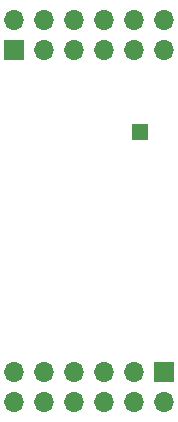
<source format=gbr>
%TF.GenerationSoftware,KiCad,Pcbnew,7.0.5*%
%TF.CreationDate,2024-01-26T22:43:11-05:00*%
%TF.ProjectId,SCD30_ADAPTER,53434433-305f-4414-9441-505445522e6b,rev?*%
%TF.SameCoordinates,Original*%
%TF.FileFunction,Soldermask,Bot*%
%TF.FilePolarity,Negative*%
%FSLAX46Y46*%
G04 Gerber Fmt 4.6, Leading zero omitted, Abs format (unit mm)*
G04 Created by KiCad (PCBNEW 7.0.5) date 2024-01-26 22:43:11*
%MOMM*%
%LPD*%
G01*
G04 APERTURE LIST*
%ADD10R,1.350000X1.350000*%
%ADD11R,1.700000X1.700000*%
%ADD12O,1.700000X1.700000*%
G04 APERTURE END LIST*
D10*
%TO.C,J4*%
X154430000Y-93448621D03*
%TD*%
D11*
%TO.C,J1*%
X143810000Y-86465599D03*
D12*
X143810000Y-83925599D03*
X146350000Y-86465599D03*
X146350000Y-83925599D03*
X148890000Y-86465599D03*
X148890000Y-83925599D03*
X151430000Y-86465599D03*
X151430000Y-83925599D03*
X153970000Y-86465599D03*
X153970000Y-83925599D03*
X156510000Y-86465599D03*
X156510000Y-83925599D03*
%TD*%
D11*
%TO.C,J2*%
X156510000Y-113743621D03*
D12*
X156510000Y-116283621D03*
X153970000Y-113743621D03*
X153970000Y-116283621D03*
X151430000Y-113743621D03*
X151430000Y-116283621D03*
X148890000Y-113743621D03*
X148890000Y-116283621D03*
X146350000Y-113743621D03*
X146350000Y-116283621D03*
X143810000Y-113743621D03*
X143810000Y-116283621D03*
%TD*%
M02*

</source>
